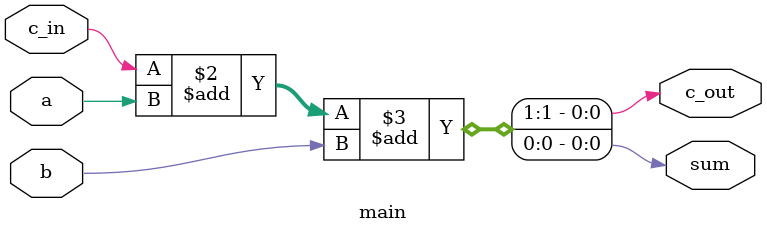
<source format=v>
module main(c_in, a, b, sum, c_out);
input c_in, a, b;
output reg sum, c_out;

always@(*)
begin
	{c_out, sum}=c_in + a + b;
end
endmodule
</source>
